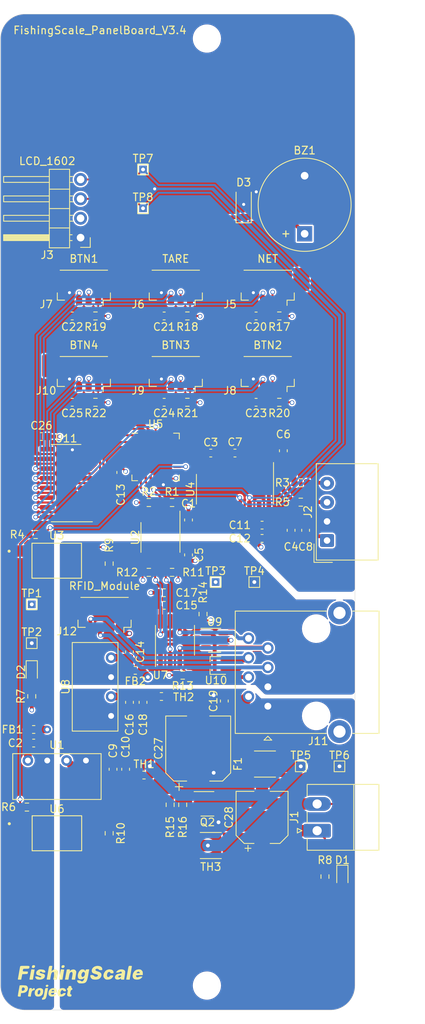
<source format=kicad_pcb>
(kicad_pcb (version 20221018) (generator pcbnew)
  (layers (0 "F.Cu" signal) (1 "In1.Cu" signal) (2 "In2.Cu" signal) (31 "B.Cu" signal) (34 "B.Paste" user) (35 "F.Paste" user) (36 "B.SilkS" user "B.Silkscreen") (37 "F.SilkS" user "F.Silkscreen") (38 "B.Mask" user) (39 "F.Mask" user) (44 "Edge.Cuts" user))
  (net 0 "")
  (net 1 "+5V")
  (net 2 "+12V")
  (net 3 "GND")
  (net 4 "Net-(U1-+Vout)")
  (net 5 "Net-(U4-VGB)")
  (net 6 "+5VA")
  (net 7 "Net-(U4-VIN1P)")
  (net 8 "Net-(U4-VIN1N)")
  (net 9 "Net-(U4-VIN2P)")
  (net 10 "Net-(U4-VIN2N)")
  (net 11 "Net-(U1-+Vin)")
  (net 12 "/H_INT")
  (net 13 "/PWR_USB")
  (net 14 "/A-")
  (net 15 "/A+")
  (net 16 "/SCL")
  (net 17 "/SDA")
  (net 18 "/NET")
  (net 19 "/NET_L")
  (net 20 "/TARE")
  (net 21 "/TARE_L")
  (net 22 "/BTN1_L")
  (net 23 "/BTN1")
  (net 24 "/BTN2_L")
  (net 25 "/BTN2")
  (net 26 "/BTN3")
  (net 27 "/BTN3_L")
  (net 28 "/BTN4")
  (net 29 "/BTN4_L")
  (net 30 "/BUZZER")
  (net 31 "Net-(U8-+Vout)")
  (net 32 "Net-(U8-+Vin)")
  (net 33 "Net-(D1-K)")
  (net 34 "Net-(D1-A)")
  (net 35 "/Communication/5V_Comm_GND")
  (net 36 "/Communication/5V_Comm")
  (net 37 "GNDPWR")
  (net 38 "Net-(D2-A)")
  (net 39 "Net-(J1-Pin_1)")
  (net 40 "Net-(Q2-G)")
  (net 41 "Net-(C19-Pad1)")
  (net 42 "Net-(U2-SDA2)")
  (net 43 "/Communication/H_INT")
  (net 44 "/Communication/RFID_TX")
  (net 45 "/Communication/RFID_RX")
  (net 46 "/Communication/H_SDA")
  (net 47 "/Communication/H_SCL")
  (net 48 "Net-(R4-Pad2)")
  (net 49 "Net-(R6-Pad2)")
  (net 50 "/Communication/PWR_USB")
  (net 51 "Net-(U2-SCL2)")
  (net 59 "/BTN1_L_IO")
  (net 60 "/BTN2_L_IO")
  (net 61 "/BTN3_L_IO")
  (net 62 "/BTN4_L__IO")
  (net 63 "/NET_L_IO")
  (net 64 "/TARE_L_IO")
  (net 67 "Net-(BZ1--)")
  (footprint "KIcad:FishingScale" (layer "F.Cu") (at -16.5 123.5)
    (fp_text reference "G***" hide)
    (fp_text value "LOGO" hide)
  )
  (footprint "TestPoint:TestPoint_THTPad_1.0x1.0mm_Drill0.5mm" (layer "F.Cu") (at -8.382 22.225)
    (fp_text reference "TP8")
    (fp_text value "5V_SDA")
  )
  (footprint "Resistor_SMD:R_0603_1608Metric" (layer "F.Cu") (at -3.175 83.357 180)
    (fp_text reference "R13")
    (fp_text value "470" hide)
  )
  (footprint "Resistor_SMD:R_0603_1608Metric" (layer "F.Cu") (at -12.827 68.752 -90)
    (fp_text reference "R9")
    (fp_text value "1k")
  )
  (footprint "Connector_Molex:Molex_SPOX_5268-04A_1x04_P2.50mm_Horizontal" (layer "F.Cu") (at 15.765 65.726 90)
    (fp_text reference "J2")
    (fp_text value "Loadcell")
  )
  (footprint "Capacitor_SMD:C_0603_1608Metric" (layer "F.Cu") (at -11.303 56.814 -90)
    (fp_text reference "C13")
    (fp_text value "100nf")
  )
  (footprint "MountingHole:MountingHole_3.2mm_M3" (layer "F.Cu") (at 0 124)
    (fp_text reference "H2")
    (fp_text value "MountingHole_Pad")
  )
  (footprint "Capacitor_SMD:C_0603_1608Metric" (layer "F.Cu") (at 6.454 47.626 180)
    (fp_text reference "C23")
    (fp_text value "470nf")
  )
  (footprint "Capacitor_SMD:C_0603_1608Metric" (layer "F.Cu") (at -17.676 36.323 180)
    (fp_text reference "C22")
    (fp_text value "470nf")
  )
  (footprint "KIcad:B1205S-1WR3" (layer "F.Cu") (at -19.685 94.533 180)
    (fp_text reference "U1")
    (fp_text value "B1205S-1WR3")
  )
  (footprint "Resistor_SMD:R_0603_1608Metric" (layer "F.Cu") (at -12.827 104.058 -90)
    (fp_text reference "R10")
    (fp_text value "1k")
  )
  (footprint "Package_SO:SOP-16_3.9x9.9mm_P1.27mm" (layer "F.Cu") (at 3.683 59.013 -90)
    (fp_text reference "U4")
    (fp_text value "NAU7802")
  )
  (footprint "Connector_Phoenix_MC:PhoenixContact_MC_1,5_2-G-3.5_1x02_P3.50mm_Horizontal" (layer "F.Cu") (at 14.4665 103.721 90)
    (fp_text reference "J1")
    (fp_text value "LED_12V")
  )
  (footprint "Capacitor_SMD:C_0603_1608Metric" (layer "F.Cu") (at 2.286 86.741 90)
    (fp_text reference "C19")
    (fp_text value "100nf")
  )
  (footprint "Connector_RJ:RJ45_Ninigi_GE" (layer "F.Cu") (at 8.001 87.421 90)
    (fp_text reference "J11")
    (fp_text value "Comm")
  )
  (footprint "Capacitor_SMD:C_0603_1608Metric" (layer "F.Cu") (at -12.319 95.676 90)
    (fp_text reference "C9")
    (fp_text value "4.7uf")
  )
  (footprint "KIcad:SOIC254P1030X460-4N" (layer "F.Cu") (at -19.685 104.058)
    (fp_text reference "U6")
    (fp_text value "EL817")
  )
  (footprint "TestPoint:TestPoint_THTPad_1.0x1.0mm_Drill0.5mm" (layer "F.Cu") (at 17.399 95.295)
    (fp_text reference "TP6")
    (fp_text value "12V_GND")
  )
  (footprint "Resistor_SMD:R_0603_1608Metric" (layer "F.Cu") (at -3.175 100.33 90)
    (fp_text reference "R16")
    (fp_text value "1M")
  )
  (footprint "Resistor_SMD:R_0603_1608Metric" (layer "F.Cu") (at 9.502 36.323 180)
    (fp_text reference "R17")
    (fp_text value "10k")
  )
  (footprint "Capacitor_SMD:C_0603_1608Metric" (layer "F.Cu") (at 10.033 53.975 -90)
    (fp_text reference "C6")
    (fp_text value "100nf")
  )
  (footprint "TestPoint:TestPoint_THTPad_1.0x1.0mm_Drill0.5mm" (layer "F.Cu") (at -22.987 74.086)
    (fp_text reference "TP1")
    (fp_text value "5V_IO")
  )
  (footprint "Resistor_SMD:R_0603_1608Metric" (layer "F.Cu") (at -4.572 69.895 180)
    (fp_text reference "R11")
    (fp_text value "4.7k")
  )
  (footprint "Resistor_SMD:R_0603_1608Metric" (layer "F.Cu") (at -14.628 36.323 180)
    (fp_text reference "R19")
    (fp_text value "10k")
  )
  (footprint "Resistor_SMD:R_0603_1608Metric" (layer "F.Cu") (at 12.319 60.706)
    (fp_text reference "R5")
    (fp_text value "51")
  )
  (footprint "Capacitor_SMD:CP_Elec_6.3x5.4" (layer "F.Cu") (at 7.239 101.981 90)
    (fp_text reference "C28")
    (fp_text value "47uf")
  )
  (footprint "Capacitor_SMD:C_0603_1608Metric" (layer "F.Cu") (at 0.508 54.274 180)
    (fp_text reference "C3")
    (fp_text value "100nf")
  )
  (footprint "Capacitor_SMD:C_0603_1608Metric" (layer "F.Cu") (at -17.676 47.626 180)
    (fp_text reference "C25")
    (fp_text value "470nf")
  )
  (footprint "Connector_Molex:Molex_PicoBlade_53398-0471_1x04-1MP_P1.25mm_Vertical" (layer "F.Cu") (at -16.149 33.041 180)
    (fp_text reference "J7")
    (fp_text value "BTN1")
  )
  (footprint "Capacitor_SMD:C_0603_1608Metric" (layer "F.Cu") (at -8.382 86.913 -90)
    (fp_text reference "C18")
    (fp_text value "4.7uf")
  )
  (footprint "Fuse:Fuse_0603_1608Metric" (layer "F.Cu") (at -9.398 82.722 180)
    (fp_text reference "FB2")
    (fp_text value "Bead")
  )
  (footprint "Capacitor_SMD:C_0603_1608Metric" (layer "F.Cu") (at -5.588 72.562)
    (fp_text reference "C17")
    (fp_text value "1uf")
  )
  (footprint "Package_TO_SOT_SMD:SuperSOT-6" (layer "F.Cu") (at 0.066 100.203)
    (fp_text reference "Q2")
    (fp_text value "FDC655BN")
  )
  (footprint "LED_SMD:LED_0603_1608Metric" (layer "F.Cu") (at -22.987 82.9505 -90)
    (fp_text reference "D2")
    (fp_text value "5V_PWR")
  )
  (footprint "Resistor_SMD:R_0603_1608Metric" (layer "F.Cu") (at -22.987 86.1255 90)
    (fp_text reference "R7")
    (fp_text value "330")
  )
  (footprint "Capacitor_SMD:C_0603_1608Metric" (layer "F.Cu") (at -5.611 36.323 180)
    (fp_text reference "C21")
    (fp_text value "470nf")
  )
  (footprint "Capacitor_SMD:C_0603_1608Metric" (layer "F.Cu") (at -10.16 80.309 90)
    (fp_text reference "C14")
    (fp_text value "10uf")
  )
  (footprint "Resistor_SMD:R_0603_1608Metric" (layer "F.Cu") (at -4.572 60.751 180)
    (fp_text reference "R1")
    (fp_text value "4.7k")
  )
  (footprint "Resistor_SMD:R_0603_1608Metric" (layer "F.Cu") (at 9.502 47.626 180)
    (fp_text reference "R20")
    (fp_text value "10k")
  )
  (footprint "Connector_Molex:Molex_PicoBlade_53398-0471_1x04-1MP_P1.25mm_Vertical" (layer "F.Cu") (at -16.149 44.344 180)
    (fp_text reference "J10")
    (fp_text value "BTN4")
  )
  (footprint "TestPoint:TestPoint_THTPad_1.0x1.0mm_Drill0.5mm" (layer "F.Cu") (at -8.382 17.145)
    (fp_text reference "TP7")
    (fp_text value "5V_SCL")
  )
  (footprint "Capacitor_SMD:C_0603_1608Metric" (layer "F.Cu") (at -2.413 63.037 90)
    (fp_text reference "C1")
    (fp_text value "100nf")
  )
  (footprint "TestPoint:TestPoint_THTPad_1.0x1.0mm_Drill0.5mm" (layer "F.Cu") (at 6.223 71.165)
    (fp_text reference "TP4")
    (fp_text value "5V_Comm_GND")
  )
  (footprint "Fuse:Fuse_0603_1608Metric" (layer "F.Cu") (at -22.733 90.469 180)
    (fp_text reference "FB1")
    (fp_text value "Bead")
  )
  (footprint "Connector_Molex:Molex_PicoBlade_53398-0471_1x04-1MP_P1.25mm_Vertical" (layer "F.Cu") (at 7.981 33.041 180)
    (fp_text reference "J5")
    (fp_text value "NET")
  )
  (footprint "KIcad:SOIC254P1030X460-4N" (layer "F.Cu") (at -19.709 68.371)
    (fp_text reference "U3")
    (fp_text value "EL817")
  )
  (footprint "Capacitor_SMD:C_0603_1608Metric" (layer "F.Cu") (at -10.16 86.913 -90)
    (fp_text reference "C16")
    (fp_text value "4.7uf")
  )
  (footprint "Buzzer_Beeper:Buzzer_12x9.5RM7.6" (layer "F.Cu") (at 12.827 25.562 90)
    (fp_text reference "BZ1")
    (fp_text value "Buzzer")
  )
  (footprint "Package_SO:SOIC-8_3.9x4.9mm_P1.27mm" (layer "F.Cu") (at -4.191 78.785 90)
    (fp_text reference "U7")
    (fp_text value "P82B715DR")
  )
  (footprint "Resistor_SMD:R_0603_1608Metric" (layer "F.Cu") (at -14.628 47.626 180)
    (fp_text reference "R22")
    (fp_text value "10k")
  )
  (footprint "Capacitor_SMD:C_0603_1608Metric" (layer "F.Cu") (at -10.668 95.676 90)
    (fp_text reference "C10")
    (fp_text value "4.7uf")
  )
  (footprint "Connector_Molex:Molex_PicoBlade_53398-0471_1x04-1MP_P1.25mm_Vertical" (layer "F.Cu") (at -4.084 44.344 180)
    (fp_text reference "J9")
    (fp_text value "BTN3")
  )
  (footprint "Resistor_SMD:R_0603_1608Metric" (layer "F.Cu") (at -7.62 60.751 180)
    (fp_text reference "R2")
    (fp_text value "4.7k")
  )
  (footprint "Fuse:Fuse_0603_1608Metric" (layer "F.Cu") (at -8.255 96.438)
    (fp_text reference "TH1")
    (fp_text value "300mA")
  )
  (footprint "Capacitor_SMD:C_0603_1608Metric" (layer "F.Cu") (at 7.239 65.45)
    (fp_text reference "C12")
    (fp_text value "1uf")
  )
  (footprint "Fuse:Fuse_0603_1608Metric" (layer "F.Cu") (at -5.969 86.151)
    (fp_text reference "TH2")
    (fp_text value "300mA")
  )
  (footprint "Connector_PinHeader_2.54mm:PinHeader_1x04_P2.54mm_Horizontal" (layer "F.Cu") (at -16.58 26.07 180)
    (fp_text reference "J3")
    (fp_text value "LCD_1602")
  )
  (footprint "Resistor_SMD:R_0603_1608Metric" (layer "F.Cu") (at -2.563 36.323 180)
    (fp_text reference "R18")
    (fp_text value "10k")
  )
  (footprint "Resistor_SMD:R_0603_1608Metric" (layer "F.Cu") (at -22.479 64.942 180)
    (fp_text reference "R4")
    (fp_text value "330")
  )
  (footprint "Resistor_SMD:R_0603_1608Metric" (layer "F.Cu") (at -0.508 75.356 -90)
    (fp_text reference "R14")
    (fp_text value "470")
  )
  (footprint "Connector_Molex:Molex_PicoBlade_53398-0471_1x04-1MP_P1.25mm_Vertical" (layer "F.Cu") (at 7.981 44.344 180)
    (fp_text reference "J8")
    (fp_text value "BTN2")
  )
  (footprint "Capacitor_SMD:C_0603_1608Metric" (layer "F.Cu") (at -2.413 67.609 -90)
    (fp_text reference "C5")
    (fp_text value "100nf")
  )
  (footprint "Diode_SMD:D_SOD-123" (layer "F.Cu") (at 4.826 21.762 90)
    (fp_text reference "D3")
    (fp_text value "1N4148")
  )
  (footprint "Package_SO:SOIC-8_3.9x4.9mm_P1.27mm" (layer "F.Cu") (at -6.096 65.323 -90)
    (fp_text reference "U2")
    (fp_text value "ISO1540")
  )
  (footprint "KIcad:B1205S-1WR3" (layer "F.Cu") (at -12.573 84.881 90)
    (fp_text reference "U8")
    (fp_text value "B1205S-1WR3")
  )
  (footprint "Package_TO_SOT_SMD:SOT-23-6" (layer "F.Cu") (at 1.016 78.785)
    (fp_text reference "U9")
    (fp_text value "SRV05-4")
  )
  (footprint "Resistor_SMD:R_0603_1608Metric" (layer "F.Cu") (at -23.622 100.629)
    (fp_text reference "R6")
    (fp_text value "330")
  )
  (footprint "Resistor_SMD:R_0603_1608Metric" (layer "F.Cu") (at -7.62 69.895)
    (fp_text reference "R12")
    (fp_text value "4.7k")
  )
  (footprint "TestPoint:TestPoint_THTPad_1.0x1.0mm_Drill0.5mm" (layer "F.Cu") (at 1.143 71.165)
    (fp_text reference "TP3")
    (fp_text value "5V_Comm")
  )
  (footprint "Resistor_SMD:R_0603_1608Metric" (layer "F.Cu") (at -4.826 100.33 -90)
    (fp_text reference "R15")
    (fp_text value "10k")
  )
  (footprint "Capacitor_SMD:C_0603_1608Metric" (layer "F.Cu") (at 6.454 36.323 180)
    (fp_text reference "C20")
    (fp_text value "470nf")
  )
  (footprint "Capacitor_SMD:C_0603_1608Metric" (layer "F.Cu") (at 7.239 63.712)
    (fp_text reference "C11")
    (fp_text value "100nf")
  )
  (footprint "Package_TO_SOT_SMD:SOT-323_SC-70" (layer "F.Cu") (at 1.143 82.087 180)
    (fp_text reference "U10")
    (fp_text value "TPD2E007")
  )
  (footprint "Connector_Molex:Molex_PicoBlade_53398-0471_1x04-1MP_P1.25mm_Vertical" (layer "F.Cu") (at -4.084 33.041 180)
    (fp_text reference "J6")
    (fp_text value "TARE")
  )
  (footprint "TestPoint:TestPoint_THTPad_1.0x1.0mm_Drill0.5mm" (layer "F.Cu") (at 12.319 95.295)
    (fp_text reference "TP5")
    (fp_text value "12V")
  )
  (footprint "Resistor_SMD:R_0603_1608Metric" (layer "F.Cu") (at -2.563 47.626 180)
    (fp_text reference "R21")
    (fp_text value "10k")
  )
  (footprint "Capacitor_SMD:C_0603_1608Metric" (layer "F.Cu") (at -22.733 92.247)
    (fp_text reference "C2")
    (fp_text value "10uf")
  )
  (footprint "Fuse:Fuse_1812_4532Metric" (layer "F.Cu") (at 7.62 94.996)
    (fp_text reference "F1")
    (fp_text value "1.5A")
  )
  (footprint "Resistor_SMD:R_0603_1608Metric" (layer "F.Cu") (at 12.319 58.166)
    (fp_text reference "R3")
    (fp_text value "51")
  )
  (footprint "Capacitor_SMD:C_0603_1608Metric" (layer "F.Cu") (at 3.683 54.274)
    (fp_text reference "C7")
    (fp_text value "470pf")
  )
  (footprint "Resistor_SMD:R_0603_1608Metric" (layer "F.Cu") (at 15.494 109.728 -90)
    (fp_text reference "R8")
    (fp_text value "1k")
  )
  (footprint "Capacitor_SMD:CP_Elec_8x10" (layer "F.Cu") (at -1.143 92.964 90)
    (fp_text reference "C27")
    (fp_text value "100uf")
  )
  (footprint "MountingHole:MountingHole_3.2mm_M3" (layer "F.Cu") (at 0 0)
    (fp_text reference "H1")
    (fp_text value "MountingHole_Pad" hide)
  )
  (footprint "Connector_Molex:Molex_PicoBlade_53398-0471_1x04-1MP_P1.25mm_Vertical" (layer "F.Cu") (at -13.432 75.884 180)
    (fp_text reference "J12")
    (fp_text value "RFID_Module")
  )
  (footprint "Capacitor_SMD:C_0603_1608Metric" (layer "F.Cu") (at 12.954 64.389 90)
    (fp_text reference "C8")
    (fp_text value "100nf")
  )
  (footprint "Package_DFN_QFN:QFN-28-1EP_6x6mm_P0.65mm_EP4.25x4.25mm" (layer "F.Cu") (at -6.731 54.782)
    (fp_text reference "U5")
    (fp_text value "MCP23017_ML")
  )
  (footprint "Capacitor_SMD:C_0603_1608Metric" (layer "F.Cu") (at -21.717 52.115)
    (fp_text reference "C26")
    (fp_text value "100nf")
  )
  (footprint "Fuse:Fuse_1812_4532Metric" (layer "F.Cu") (at 0.508 105.664 180)
    (fp_text reference "TH3")
    (fp_text value "1A")
  )
  (footprint "TestPoint:TestPoint_THTPad_1.0x1.0mm_Drill0.5mm" (layer "F.Cu") (at -22.987 79.166)
    (fp_text reference "TP2")
    (fp_text value "5V_IO_GND")
  )
  (footprint "Capacitor_SMD:C_0603_1608Metric" (layer "F.Cu") (at -5.611 47.626 180)
    (fp_text reference "C24")
    (fp_text value "470nf")
  )
  (footprint "Package_SO:SOIC-16_3.9x9.9mm_P1.27mm" (layer "F.Cu") (at -18.48 58.211 180)
    (fp_text reference "U11")
    (fp_text value "ULN2003")
  )
  (footprint "Capacitor_SMD:C_0603_1608Metric" (layer "F.Cu") (at -5.601 74.213)
    (fp_text reference "C15")
    (fp_text value "100nf")
  )
  (footprint "Capacitor_SMD:C_0603_1608Metric" (layer "F.Cu") (at 11.049 64.389 90)
    (fp_text reference "C4")
    (fp_text value "1uf")
  )
  (footprint "LED_SMD:LED_0603_1608Metric" (layer "F.Cu") (at 17.78 109.728 -90)
    (fp_text reference "D1")
    (fp_text value "STATUS")
  )
  (gr_arc (start -23.876 127.2) (mid -26.138742 126.262742) (end -27.076 124) (stroke (width 0.05)) (layer "Edge.Cuts"))
  (gr_arc (start 19.431 124) (mid 18.493742 126.262742) (end 16.231 127.2) (stroke (width 0.05)) (layer "Edge.Cuts"))
  (gr_arc (start -27.076 0) (mid -26.138742 -2.262742) (end -23.876 -3.2) (stroke (width 0.05)) (layer "Edge.Cuts"))
  (gr_line (start 19.431 124) (end 19.431 0) (stroke (width 0.05)) (layer "Edge.Cuts"))
  (gr_line (start -27.076 0) (end -27.076 124) (stroke (width 0.05)) (layer "Edge.Cuts"))
  (gr_line (start -23.876 127.2) (end 16.231 127.2) (stroke (width 0.05)) (layer "Edge.Cuts"))
  (gr_line (start 16.231 -3.2) (end -23.876 -3.2) (stroke (width 0.05)) (layer "Edge.Cuts"))
  (gr_arc (start 16.231 -3.2) (mid 18.493742 -2.262742) (end 19.431 0) (stroke (width 0.05)) (layer "Edge.Cuts"))
  (gr_text "FishingScale_PanelBoard_V3.4\n" (at -25.5 -0.5) (layer "F.SilkS") (effects (font (size 1 1)) (justify left bottom)))
  (segment (start 6.858 61.513) (end 6.858 63.318) (width 0.5) (layer "F.Cu") (net 1))
  (segment (start -22.987 86.9505) (end -22.987 87.929) (width 0.5) (layer "F.Cu") (net 1))
  (segment (start -15.524 45.594) (end -15.524 44.525) (width 0.25) (layer "F.Cu") (net 1))
  (segment (start -4.1075 57.6195) (end -4.064 57.576) (width 0.25) (layer "F.Cu") (net 1))
  (segment (start 10.327 36.323) (end 11.132 36.323) (width 0.25) (layer "F.Cu") (net 1))
  (segment (start -1.738 47.626) (end -0.933 47.626) (width 0.25) (layer "F.Cu") (net 1))
  (segment (start -3.459 45.594) (end -3.459 44.525) (width 0.25) (layer "F.Cu") (net 1))
  (segment (start -10.696 55.432) (end -11.303 56.039) (width 0.25) (layer "F.Cu") (net 1))
  (segment (start 8.606 34.291) (end 8.606 33.222) (width 0.25) (layer "F.Cu") (net 1))
  (segment (start -0.933 36.323) (end -0.889 36.367) (width 0.25) (layer "F.Cu") (net 1))
  (segment (start -3.605 62.262) (end -4.191 62.848) (width 0.5) (layer "F.Cu") (net 1))
  (segment (start -0.933 47.626) (end -0.889 47.67) (width 0.25) (layer "F.Cu") (net 1))
  (segment (start -8.445 60.751) (end -9.271 60.751) (width 0.25) (layer "F.Cu") (net 1))
  (segment (start 6.464 65.945) (end 7.112 66.593) (width 0.5) (layer "F.Cu") (net 1))
  (segment (start -13.803 36.323) (end -12.998 36.323) (width 0.25) (layer "F.Cu") (net 1))
  (segment (start -13.803 47.626) (end -12.998 47.626) (width 0.25) (layer "F.Cu") (net 1))
  (segment (start 11.132 36.323) (end 11.176 36.367) (width 0.25) (layer "F.Cu") (net 1))
  (segment (start -12.998 36.323) (end -12.954 36.367) (width 0.25) (layer "F.Cu") (net 1))
  (segment (start -3.747 60.751) (end -3.048 60.751) (width 0.25) (layer "F.Cu") (net 1))
  (segment (start -20.955 53.766) (end -20.955 52.128) (width 0.5) (layer "F.Cu") (net 1))
  (segment (start -20.955 90.469) (end -21.082 90.469) (width 1) (layer "F.Cu") (net 1))
  (segment (start 10.327 47.626) (end 11.132 47.626) (width 0.25) (layer "F.Cu") (net 1))
  (segment (start -9.5685 55.432) (end -10.696 55.432) (width 0.25) (layer "F.Cu") (net 1))
  (segment (start 6.464 65.45) (end 6.464 65.945) (width 0.5) (layer "F.Cu") (net 1))
  (segment (start -10.668 56.687) (end -10.668 56.674) (width 0.25) (layer "F.Cu") (net 1))
  (segment (start -2.413 62.262) (end -2.413 61.386) (width 0.5) (layer "F.Cu") (net 1))
  (segment (start -21.9455 90.469) (end -20.955 90.469) (width 1) (layer "F.Cu") (net 1))
  (segment (start -12.998 47.626) (end -12.954 47.67) (width 0.25) (layer "F.Cu") (net 1))
  (segment (start 8.606 45.594) (end 8.606 44.525) (width 0.25) (layer "F.Cu") (net 1))
  (segment (start -20.942 52.115) (end -19.304 52.115) (width 0.5) (layer "F.Cu") (net 1))
  (segment (start 6.858 63.318) (end 6.464 63.712) (width 0.5) (layer "F.Cu") (net 1))
  (segment (start 6.464 65.45) (end 6.464 63.712) (width 0.5) (layer "F.Cu") (net 1))
  (segment (start -10.668 56.674) (end -11.303 56.039) (width 0.25) (layer "F.Cu") (net 1))
  (segment (start -3.048 60.751) (end -2.413 61.386) (width 0.25) (layer "F.Cu") (net 1))
  (segment (start -1.738 36.323) (end -0.933 36.323) (width 0.25) (layer "F.Cu") (net 1))
  (segment (start -15.524 34.291) (end -15.524 33.222) (width 0.25) (layer "F.Cu") (net 1))
  (segment (start -3.459 34.291) (end -3.459 33.222) (width 0.25) (layer "F.Cu") (net 1))
  (segment (start -4.781 57.6195) (end -4.1075 57.6195) (width 0.25) (layer "F.Cu") (net 1))
  (segment (start -20.955 52.128) (end -20.942 52.115) (width 0.5) (layer "F.Cu") (net 1))
  (segment (start -2.413 62.262) (end -3.605 62.262) (width 0.5) (layer "F.Cu") (net 1))
  (segment (start 11.132 47.626) (end 11.176 47.67) (width 0.25) (layer "F.Cu") (net 1))
  (via (at -10.668 56.687) (size 0.6) (drill 0.4) (layers "F.Cu" "B.Cu") (net 1))
  (via (at -20.955 90.469) (size 1) (drill 0.5) (layers "F.Cu" "B.Cu") (net 1))
  (via (at -0.889 36.367) (size 0.6) (drill 0.4) (layers "F.Cu" "B.Cu") (net 1))
  (via (at -4.064 57.576) (size 0.6) (drill 0.4) (layers "F.Cu" "B.Cu") (net 1))
  (via (at -3.429 33.192) (size 0.6) (drill 0.4) (layers "F.Cu" "B.Cu") (net 1))
  (via (at -22.987 87.929) (size 0.6) (drill 0.4) (layers "F.Cu" "B.Cu") (net 1))
  (via (at 11.176 47.67) (size 0.6) (drill 0.4) (layers "F.Cu" "B.Cu") (net 1))
  (via (at -2.413 61.386) (size 0.6) (drill 0.4) (layers "F.Cu" "B.Cu") (net 1))
  (via (at -19.304 52.115) (size 0.6) (drill 0.4) (layers "F.Cu" "B.Cu") (net 1))
  (via (at -12.954 47.67) (size 0.6) (drill 0.4) (layers "F.Cu" "B.Cu") (net 1))
  (via (at -0.889 47.67) (size 0.6) (drill 0.4) (layers "F.Cu" "B.Cu") (net 1))
  (via (at -3.429 44.495) (size 0.6) (drill 0.4) (layers "F.Cu" "B.Cu") (net 1))
  (via (at 8.636 44.495) (size 0.6) (drill 0.4) (layers "F.Cu" "B.Cu") (net 1))
  (via (at -15.494 33.192) (size 0.6) (drill 0.4) (layers "F.Cu" "B.Cu") (net 1))
  (via (at 7.112 66.593) (size 0.6) (drill 0.4) (layers "F.Cu" "B.Cu") (net 1))
  (via (at 11.176 36.367) (size 0.6) (drill 0.4) (layers "F.Cu" "B.Cu") (net 1))
  (via (at -9.271 60.751) (size 0.6) (drill 0.4) (layers "F.Cu" "B.Cu") (net 1))
  (via (at 8.636 33.192) (size 0.6) (drill 0.4) (layers "F.Cu" "B.Cu") (net 1))
  (via (at -15.494 44.495) (size 0.6) (drill 0.4) (layers "F.Cu" "B.Cu") (net 1))
  (via (at -12.954 36.367) (size 0.6) (drill 0.4) (layers "F.Cu" "B.Cu") (net 1))
  (segment (start -7.4675 92.9385) (end -5.1815 90.6525) (width 1) (layer "F.Cu") (net 2))
  (segment (start -7.4675 96.438) (end -7.4675 92.9385) (width 1) (layer "F.Cu") (net 2))
  (segment (start -13.8175 102.788) (end -7.4675 96.438) (width 0.25) (layer "F.Cu") (net 2))
  (segment (start 10.0565 95.295) (end 9.7575 94.996) (width 1.5) (layer "F.Cu") (net 2))
  (segment (start -14.835 102.788) (end -13.8175 102.788) (width 0.25) (layer "F.Cu") (net 2))
  (segment (start -5.1815 90.6525) (end -5.1815 86.151) (width 1) (layer "F.Cu") (net 2))
  (segment (start -1.6295 105.664) (end 0.127 105.664) (width 1.5) (layer "F.Cu") (net 2))
  (segment (start 12.319 95.295) (end 10.0565 95.295) (width 1.5) (layer "F.Cu") (net 2))
  (segment (start -7.78 96.438) (end -7.4675 96.438) (width 0.25) (layer "F.Cu") (net 2))
  (segment (start 12.319 95.295) (end 12.274 95.295) (width 1) (layer "F.Cu") (net 2))
  (via (at -7.493 95.25) (size 1) (drill 0.5) (layers "F.Cu" "B.Cu") (net 2))
  (via (at 0.127 105.664) (size 1) (drill 0.5) (layers "F.Cu" "B.Cu") (net 2))
  (segment (start 8.554 99.06) (end 2.667 99.06) (width 1.5) (layer "B.Cu") (net 2))
  (segment (start 8.554 99.06) (end 8.509 99.06) (width 1.5) (layer "B.Cu") (net 2))
  (segment (start -3.683 99.06) (end -7.493 95.25) (width 1.5) (layer "B.Cu") (net 2))
  (segment (start 1.905 105.664) (end 0.127 105.664) (width 1.5) (layer "B.Cu") (net 2))
  (segment (start 8.509 99.06) (end 2.159 105.41) (width 1.5) (layer "B.Cu") (net 2))
  (segment (start 2.667 99.06) (end -3.683 99.06) (width 1.5) (layer "B.Cu") (net 2))
  (segment (start 2.159 105.41) (end 1.905 105.664) (width 1.5) (layer "B.Cu") (net 2))
  (segment (start 12.319 95.295) (end 8.554 99.06) (width 1.5) (layer "B.Cu") (net 2))
  (via (at -5.715 58.42) (size 0.6) (drill 0.4) (layers "F.Cu" "B.Cu") (net 3))
  (via (at -5.969 33.274) (size 0.6) (drill 0.4) (layers "F.Cu" "B.Cu") (net 3))
  (via (at -17.653 53.848) (size 0.6) (drill 0.4) (layers "F.Cu" "B.Cu") (net 3))
  (via (at 4.826 21.717) (size 0.6) (drill 0.4) (layers "F.Cu" "B.Cu") (net 3))
  (via (at -18.034 44.577) (size 0.6) (drill 0.4) (layers "F.Cu" "B.Cu") (net 3))
  (via (at 6.096 33.274) (size 0.6) (drill 0.4) (layers "F.Cu" "B.Cu") (net 3))
  (via (at 6.477 20.066) (size 0.6) (drill 0.4) (layers "F.Cu" "B.Cu") (net 3))
  (via (at 6.096 44.577) (size 0.6) (drill 0.4) (layers "F.Cu" "B.Cu") (net 3))
  (via (at -5.969 44.577) (size 0.6) (drill 0.4) (layers "F.Cu" "B.Cu") (net 3))
  (via (at -6.858 19.685) (size 0.6) (drill 0.4) (layers "F.Cu" "B.Cu") (net 3))
  (via (at -18.034 33.274) (size 0.6) (drill 0.4) (layers "F.Cu" "B.Cu") (net 3))
  (segment (start -23.495 90.4945) (end -23.5205 90.469) (width 1) (layer "F.Cu") (net 4))
  (segment (start -23.495 94.533) (end -23.495 90.4945) (width 1) (layer "F.Cu") (net 4))
  (segment (start 1.778 56.513) (end 1.778 54.769) (width 0.5) (layer "F.Cu") (net 5))
  (segment (start 1.778 54.769) (end 1.283 54.274) (width 0.5) (layer "F.Cu") (net 5))
  (segment (start 11.049 65.164) (end 8.128 62.243) (width 0.5) (layer "F.Cu") (net 6))
  (segment (start 8.128 62.243) (end 8.128 61.513) (width 0.5) (layer "F.Cu") (net 6))
  (segment (start 8.128 56.513) (end 8.128 61.513) (width 0.5) (layer "F.Cu") (net 6))
  (segment (start 11.049 65.164) (end 12.954 65.164) (width 0.5) (layer "F.Cu") (net 6))
  (segment (start 12.954 65.164) (end 15.203 65.164) (width 0.5) (layer "F.Cu") (net 6))
  (segment (start 15.203 65.164) (end 15.765 65.726) (width 0.5) (layer "F.Cu") (net 6))
  (segment (start 11.494 54.661) (end 11.494 58.166) (width 0.5) (layer "F.Cu") (net 7))
  (segment (start 7.901001 53.2) (end 10.033 53.2) (width 0.5) (layer "F.Cu") (net 7))
  (segment (start 5.588 55.513001) (end 7.901001 53.2) (width 0.5) (layer "F.Cu") (net 7))
  (segment (start 10.033 53.2) (end 11.494 54.661) (width 0.5) (layer "F.Cu") (net 7))
  (segment (start 5.588 56.513) (end 5.588 55.513001) (width 0.5) (layer "F.Cu") (net 7))
  (segment (start 6.858 56.513) (end 6.858 55.513001) (width 0.5) (layer "F.Cu") (net 8))
  (segment (start 7.621001 54.75) (end 10.033 54.75) (width 0.5) (layer "F.Cu") (net 8))
  (segment (start 10.033 54.75) (end 10.033 59.245) (width 0.5) (layer "F.Cu") (net 8))
  (segment (start 10.033 59.245) (end 11.494 60.706) (width 0.5) (layer "F.Cu") (net 8))
  (segment (start 6.858 55.513001) (end 7.621001 54.75) (width 0.5) (layer "F.Cu") (net 8))
  (segment (start 3.048 56.513) (end 3.048 54.414) (width 0.5) (layer "F.Cu") (net 9))
  (segment (start 3.048 54.414) (end 2.908 54.274) (width 0.5) (layer "F.Cu") (net 9))
  (segment (start 4.318 54.414) (end 4.458 54.274) (width 0.5) (layer "F.Cu") (net 10))
  (segment (start 4.318 56.513) (end 4.318 54.414) (width 0.5) (layer "F.Cu") (net 10))
  (segment (start -16.51 96.438) (end -18.415 94.533) (width 1) (layer "F.Cu") (net 11))
  (segment (start -9.0425 96.438) (end -16.51 96.438) (width 1) (layer "F.Cu") (net 11))
  (segment (start -21.654 64.942) (end -21.463 64.942) (width 0.25) (layer "F.Cu") (net 12))
  (segment (start -21.463 64.942) (end -20.574 64.053) (width 0.25) (layer "F.Cu") (net 12))
  (segment (start -2.824 56.082) (end -2.794 56.052) (width 0.25) (layer "F.Cu") (net 12))
  (segment (start -3.8935 56.082) (end -2.824 56.082) (width 0.25) (layer "F.Cu") (net 12))
  (via (at -2.794 56.052) (size 0.6) (drill 0.4) (layers "F.Cu" "B.Cu") (net 12))
  (via (at -20.574 64.053) (size 0.6) (drill 0.4) (layers "F.Cu" "B.Cu") (net 12))
  (segment (start -6.217884 56.052) (end -14.218884 64.053) (width 0.25) (layer "B.Cu") (net 12))
  (segment (start -20.574 64.053) (end -14.218884 64.053) (width 0.25) (layer "B.Cu") (net 12))
  (segment (start -2.794 56.052) (end -6.217884 56.052) (width 0.25) (layer "B.Cu") (net 12))
  (segment (start -6.731 51.9445) (end -6.731 50.845) (width 0.25) (layer "F.Cu") (net 13))
  (segment (start -24.511 100.565) (end -24.447 100.629) (width 0.25) (layer "F.Cu") (net 13))
  (segment (start -24.511 99.613) (end -24.511 100.565) (width 0.25) (layer "F.Cu") (net 13))
  (via (at -6.731 50.845) (size 0.6) (drill 0.4) (layers "F.Cu" "B.Cu") (net 13))
  (via (at -24.511 99.613) (size 0.6) (drill 0.4) (layers "F.Cu" "B.Cu") (net 13))
  (segment (start -9.017 50.845) (end -6.731 50.845) (width 0.25) (layer "B.Cu") (net 13))
  (segment (start -24.52 66.348) (end -9.017 50.845) (width 0.25) (layer "B.Cu") (net 13))
  (segment (start -24.511 99.613) (end -24.52 99.604) (width 0.25) (layer "B.Cu") (net 13))
  (segment (start -24.52 99.604) (end -24.52 66.348) (width 0.25) (layer "B.Cu") (net 13))
  (segment (start 13.144 60.706) (end 15.745 60.706) (width 0.5) (layer "F.Cu") (net 14))
  (segment (start 15.745 60.706) (end 15.765 60.726) (width 0.5) (layer "F.Cu") (net 14))
  (segment (start 13.144 58.166) (end 15.705 58.166) (width 0.5) (layer "F.Cu") (net 15))
  (segment (start 15.705 58.166) (end 15.765 58.226) (width 0.5) (layer "F.Cu") (net 15))
  (segment (start -6.731 62.848) (end -6.731 60.815) (width 0.5) (layer "F.Cu") (net 16))
  (segment (start -8.681 58.865) (end -8.446 59.1) (width 0.25) (layer "F.Cu") (net 16))
  (segment (start -8.681 57.6195) (end -8.681 58.865) (width 0.25) (layer "F.Cu") (net 16))
  (segment (start -8.382 59.1) (end -8.382 59.164) (width 0.25) (layer "F.Cu") (net 16))
  (segment (start 4.318 61.513) (end 4.318 60.116) (width 0.25) (layer "F.Cu") (net 16))
  (segment (start -9.687 18.45) (end -8.382 17.145) (width 0.25) (layer "F.Cu") (net 16))
  (segment (start -6.731 60.815) (end -6.795 60.751) (width 0.5) (layer "F.Cu") (net 16))
  (segment (start -16.58 18.45) (end -9.687 18.45) (width 0.25) (layer "F.Cu") (net 16))
  (segment (start -8.382 59.164) (end -6.795 60.751) (width 0.25) (layer "F.Cu") (net 16))
  (segment (start -8.446 59.1) (end -8.382 59.1) (width 0.25) (layer "F.Cu") (net 16))
  (via (at 4.318 60.116) (size 0.6) (drill 0.4) (layers "F.Cu" "B.Cu") (net 16))
  (via (at -8.382 59.1) (size 0.6) (drill 0.4) (layers "F.Cu" "B.Cu") (net 16))
  (segment (start 1.016 19.177) (end 17.907 36.068) (width 0.25) (layer "B.Cu") (net 16))
  (segment (start -6.35 19.177) (end 1.016 19.177) (width 0.25) (layer "B.Cu") (net 16))
  (segment (start -7.757 59.725) (end 3.8 59.725) (width 0.25) (layer "B.Cu") (net 16))
  (segment (start 5.207 61.005) (end 4.318 60.116) (width 0.25) (layer "B.Cu") (net 16))
  (segment (start -8.382 59.1) (end -7.757 59.725) (width 0.25) (layer "B.Cu") (net 16))
  (segment (start 3.8 59.725) (end 4.191 60.116) (width 0.25) (layer "B.Cu") (net 16))
  (segment (start -8.382 17.145) (end -6.35 19.177) (width 0.25) (layer "B.Cu") (net 16))
  (segment (start 17.907 36.068) (end 17.907 53.004) (width 0.25) (layer "B.Cu") (net 16))
  (segment (start 9.906 61.005) (end 5.207 61.005) (width 0.25) (layer "B.Cu") (net 16))
  (segment (start 17.907 53.004) (end 9.906 61.005) (width 0.25) (layer "B.Cu") (net 16))
  (segment (start 4.191 60.116) (end 4.318 60.116) (width 0.25) (layer "B.Cu") (net 16))
  (segment (start -6.985 59.163) (end -5.397 60.751) (width 0.25) (layer "F.Cu") (net 17))
  (segment (start -16.58 20.99) (end -9.617 20.99) (width 0.25) (layer "F.Cu") (net 17))
  (segment (start -7.048 59.1) (end -6.985 59.1) (width 0.25) (layer "F.Cu") (net 17))
  (segment (start -5.461 62.848) (end -5.461 60.815) (width 0.5) (layer "F.Cu") (net 17))
  (segment (start -8.031 58.117) (end -7.048 59.1) (width 0.25) (layer "F.Cu") (net 17))
  (segment (start -9.617 20.99) (end -8.382 22.225) (width 0.25) (layer "F.Cu") (net 17))
  (segment (start 5.588 61.513) (end 5.588 60.116) (width 0.25) (layer "F.Cu") (net 17))
  (segment (start -5.461 60.815) (end -5.397 60.751) (width 0.5) (layer "F.Cu") (net 17))
  (segment (start -6.985 59.1) (end -6.985 59.163) (width 0.25) (layer "F.Cu") (net 17))
  (segment (start -8.031 57.6195) (end -8.031 58.117) (width 0.25) (layer "F.Cu") (net 17))
  (via (at 5.588 60.116) (size 0.6) (drill 0.4) (layers "F.Cu" "B.Cu") (net 17))
  (via (at -6.985 59.1) (size 0.6) (drill 0.4) (layers "F.Cu" "B.Cu") (net 17))
  (segment (start 9.398 60.116) (end 5.588 60.116) (width 0.25) (layer "B.Cu") (net 17))
  (segment (start 4.572 59.1) (end 5.588 60.116) (width 0.25) (layer "B.Cu") (net 17))
  (segment (start 16.891 36.576) (end 16.891 52.623) (width 0.25) (layer "B.Cu") (net 17))
  (segment (start -6.985 59.1) (end 4.572 59.1) (width 0.25) (layer "B.Cu") (net 17))
  (segment (start -6.35 20.193) (end 0.508 20.193) (width 0.25) (layer "B.Cu") (net 17))
  (segment (start 0.508 20.193) (end 16.891 36.576) (width 0.25) (layer "B.Cu") (net 17))
  (segment (start -8.382 22.225) (end -6.35 20.193) (width 0.25) (layer "B.Cu") (net 17))
  (segment (start 16.891 52.623) (end 9.398 60.116) (width 0.25) (layer "B.Cu") (net 17))
  (segment (start 15.532 49.144371) (end 15.532 41.877628) (width 0.2) (layer "F.Cu") (net 18))
  (segment (start -3.444 55.432) (end 0.216 51.772) (width 0.2) (layer "F.Cu") (net 18))
  (segment (start 8.677 36.323) (end 9.856 35.144) (width 0.2) (layer "F.Cu") (net 18))
  (segment (start -3.8935 55.432) (end -3.444 55.432) (width 0.2) (layer "F.Cu") (net 18))
  (segment (start 9.856 35.144) (end 9.856 34.291) (width 0.2) (layer "F.Cu") (net 18))
  (segment (start 7.229 36.323) (end 8.677 36.323) (width 0.2) (layer "F.Cu") (net 18))
  (segment (start 8.677 36.575) (end 8.677 36.323) (width 0.2) (layer "F.Cu") (net 18))
  (segment (start 15.532 41.877628) (end 12.434371 38.78) (width 0.2) (layer "F.Cu") (net 18))
  (segment (start 10.882 38.78) (end 8.677 36.575) (width 0.2) (layer "F.Cu") (net 18))
  (segment (start 12.904372 51.772) (end 15.532 49.144371) (width 0.2) (layer "F.Cu") (net 18))
  (segment (start 12.434371 38.78) (end 10.882 38.78) (width 0.2) (layer "F.Cu") (net 18))
  (segment (start 0.216 51.772) (end 12.904372 51.772) (width 0.2) (layer "F.Cu") (net 18))
  (segment (start 7.366 34.281) (end 7.356 34.291) (width 0.25) (layer "F.Cu") (net 19))
  (segment (start -22.479 58.846) (end -20.955 58.846) (width 0.2) (layer "F.Cu") (net 19))
  (segment (start 7.366 33.319) (end 7.366 34.281) (width 0.25) (layer "F.Cu") (net 19))
  (via (at 7.366 33.319) (size 0.6) (drill 0.4) (layers "F.Cu" "B.Cu") (net 19))
  (via (at -22.479 58.846) (size 0.6) (drill 0.4) (layers "F.Cu" "B.Cu") (net 19))
  (segment (start -16.957906 34.785698) (end 5.899302 34.785698) (width 0.25) (layer "B.Cu") (net 19))
  (segment (start 5.899302 34.785698) (end 7.366 33.319) (width 0.25) (layer "B.Cu") (net 19))
  (segment (start -21.404 39.231792) (end -16.957906 34.785698) (width 0.25) (layer "B.Cu") (net 19))
  (segment (start -21.404 57.771) (end -21.404 39.231792) (width 0.25) (layer "B.Cu") (net 19))
  (segment (start -22.479 58.846) (end -21.404 57.771) (width 0.25) (layer "B.Cu") (net 19))
  (segment (start -2.209 35.144) (end -2.209 34.291) (width 0.2) (layer "F.Cu") (net 20))
  (segment (start -3.8935 54.782) (end -3.381001 54.782) (width 0.2) (layer "F.Cu") (net 20))
  (segment (start 12.268686 39.18) (end -0.531 39.18) (width 0.2) (layer "F.Cu") (net 20))
  (segment (start 15.132 48.978686) (end 15.132 42.043314) (width 0.2) (layer "F.Cu") (net 20))
  (segment (start 12.738686 51.372) (end 15.132 48.978686) (width 0.2) (layer "F.Cu") (net 20))
  (segment (start -0.531 39.18) (end -3.388 36.323) (width 0.2) (layer "F.Cu") (net 20))
  (segment (start 0.028999 51.372) (end 12.738686 51.372) (width 0.2) (layer "F.Cu") (net 20))
  (segment (start 15.132 42.043314) (end 12.268686 39.18) (width 0.2) (layer "F.Cu") (net 20))
  (segment (start -4.836 36.323) (end -3.388 36.323) (width 0.2) (layer "F.Cu") (net 20))
  (segment (start -3.381001 54.782) (end 0.028999 51.372) (width 0.2) (layer "F.Cu") (net 20))
  (segment (start -3.388 36.323) (end -2.209 35.144) (width 0.2) (layer "F.Cu") (net 20))
  (segment (start -4.699 33.319) (end -4.699 34.281) (width 0.25) (layer "F.Cu") (net 21))
  (segment (start -22.479 57.576) (end -20.955 57.576) (width 0.2) (layer "F.Cu") (net 21))
  (segment (start -4.699 34.281) (end -4.709 34.291) (width 0.25) (layer "F.Cu") (net 21))
  (via (at -22.479 57.576) (size 0.6) (drill 0.4) (layers "F.Cu" "B.Cu") (net 21))
  (via (at -4.699 33.319) (size 0.6) (drill 0.4) (layers "F.Cu" "B.Cu") (net 21))
  (segment (start -22.479 57.576) (end -21.854 56.951) (width 0.25) (layer "B.Cu") (net 21))
  (segment (start -5.715698 34.335698) (end -4.699 33.319) (width 0.25) (layer "B.Cu") (net 21))
  (segment (start -21.854 56.951) (end -21.854 39.045396) (width 0.25) (layer "B.Cu") (net 21))
  (segment (start -17.144302 34.335698) (end -5.715698 34.335698) (width 0.25) (layer "B.Cu") (net 21))
  (segment (start -21.854 39.045396) (end -17.144302 34.335698) (width 0.25) (layer "B.Cu") (net 21))
  (segment (start -22.479 56.306) (end -20.955 56.306) (width 0.2) (layer "F.Cu") (net 22))
  (segment (start -16.764 34.281) (end -16.774 34.291) (width 0.25) (layer "F.Cu") (net 22))
  (segment (start -16.764 33.319) (end -16.764 34.281) (width 0.25) (layer "F.Cu") (net 22))
  (via (at -16.764 33.319) (size 0.6) (drill 0.4) (layers "F.Cu" "B.Cu") (net 22))
  (via (at -22.479 56.306) (size 0.6) (drill 0.4) (layers "F.Cu" "B.Cu") (net 22))
  (segment (start -22.304 38.859) (end -16.764 33.319) (width 0.25) (layer "B.Cu") (net 22))
  (segment (start -22.479 56.306) (end -22.304 56.131) (width 0.25) (layer "B.Cu") (net 22))
  (segment (start -22.304 56.131) (end -22.304 38.859) (width 0.25) (layer "B.Cu") (net 22))
  (segment (start -14.274 35.144) (end -14.274 34.291) (width 0.2) (layer "F.Cu") (net 23))
  (segment (start -15.453 36.323) (end -14.274 35.144) (width 0.2) (layer "F.Cu") (net 23))
  (segment (start -3.8935 54.132) (end -3.465315 54.132) (width 0.2) (layer "F.Cu") (net 23))
  (segment (start 14.732 42.209) (end 12.103 39.58) (width 0.2) (layer "F.Cu") (net 23))
  (segment (start -12.196 39.58) (end -15.453 36.323) (width 0.2) (layer "F.Cu") (net 23))
  (segment (start 12.573 50.972) (end 14.732 48.813) (width 0.2) (layer "F.Cu") (net 23))
  (segment (start -3.465315 54.132) (end -0.305315 50.972) (width 0.2) (layer "F.Cu") (net 23))
  (segment (start 12.103 39.58) (end -12.196 39.58) (width 0.2) (layer "F.Cu") (net 23))
  (segment (start -16.901 36.323) (end -15.453 36.323) (width 0.2) (layer "F.Cu") (net 23))
  (segment (start 14.732 48.813) (end 14.732 42.209) (width 0.2) (layer "F.Cu") (net 23))
  (segment (start -0.305315 50.972) (end 12.573 50.972) (width 0.2) (layer "F.Cu") (net 23))
  (segment (start 7.356 45.594) (end 7.356 44.632) (width 0.25) (layer "F.Cu") (net 24))
  (segment (start 7.356 44.632) (end 7.366 44.622) (width 0.25) (layer "F.Cu") (net 24))
  (segment (start -22.479 62.656) (end -20.955 62.656) (width 0.2) (layer "F.Cu") (net 24))
  (via (at 7.366 44.622) (size 0.6) (drill 0.4) (layers "F.Cu" "B.Cu") (net 24))
  (via (at -22.479 62.656) (size 0.6) (drill 0.4) (layers "F.Cu" "B.Cu") (net 24))
  (segment (start -20.054 60.231) (end -20.054 49.194) (width 0.25) (layer "B.Cu") (net 24))
  (segment (start 5.904104 46.083896) (end 7.366 44.622) (width 0.25) (layer "B.Cu") (net 24))
  (segment (start -22.479 62.656) (end -20.054 60.231) (width 0.25) (layer "B.Cu") (net 24))
  (segment (start -20.054 49.194) (end -20.054 49.184792) (width 0.25) (layer "B.Cu") (net 24))
  (segment (start -20.054 49.184792) (end -16.953104 46.083896) (width 0.25) (layer "B.Cu") (net 24))
  (segment (start -16.953104 46.083896) (end 5.904104 46.083896) (width 0.25) (layer "B.Cu") (net 24))
  (segment (start 8.677 47.626) (end 9.856 46.447) (width 0.2) (layer "F.Cu") (net 25))
  (segment (start 7.363 48.94) (end 8.677 47.626) (width 0.2) (layer "F.Cu") (net 25))
  (segment (start -3.8935 53.482) (end -3.381001 53.482) (width 0.2) (layer "F.Cu") (net 25))
  (segment (start -3.381001 53.482) (end 1.160999 48.94) (width 0.2) (layer "F.Cu") (net 25))
  (segment (start 9.856 46.447) (end 9.856 45.594) (width 0.2) (layer "F.Cu") (net 25))
  (segment (start 1.160999 48.94) (end 7.363 48.94) (width 0.2) (layer "F.Cu") (net 25))
  (segment (start 7.229 47.626) (end 8.677 47.626) (width 0.2) (layer "F.Cu") (net 25))
  (segment (start -4.836 47.626) (end -3.388 47.626) (width 0.2) (layer "F.Cu") (net 26))
  (segment (start -3.388 52.3265) (end -3.388 47.626) (width 0.2) (layer "F.Cu") (net 26))
  (segment (start -3.8935 52.832) (end -3.388 52.3265) (width 0.2) (layer "F.Cu") (net 26))
  (segment (start -3.388 47.626) (end -2.209 46.447) (width 0.2) (layer "F.Cu") (net 26))
  (segment (start -2.209 46.447) (end -2.209 45.594) (width 0.2) (layer "F.Cu") (net 26))
  (segment (start -22.479 61.386) (end -20.955 61.386) (width 0.2) (layer "F.Cu") (net 27))
  (segment (start -4.709 45.594) (end -4.709 44.632) (width 0.25) (layer "F.Cu") (net 27))
  (segment (start -4.709 44.632) (end -4.699 44.622) (width 0.25) (layer "F.Cu") (net 27))
  (via (at -4.699 44.622) (size 0.6) (drill 0.4) (layers "F.Cu" "B.Cu") (net 27))
  (via (at -22.479 61.386) (size 0.6) (drill 0.4) (layers "F.Cu" "B.Cu") (net 27))
  (segment (start -17.017302 45.511698) (end -17.016604 45.511) (width 0.25) (layer "B.Cu") (net 27))
  (segment (start -17.016604 45.511) (end -5.588 45.511) (width 0.25) (layer "B.Cu") (net 27))
  (segment (start -20.504 48.998396) (end -17.017302 45.511698) (width 0.25) (layer "B.Cu") (net 27))
  (segment (start -20.504 59.411) (end -20.504 48.998396) (width 0.25) (layer "B.Cu") (net 27))
  (segment (start -5.588 45.511) (end -4.699 44.622) (width 0.25) (layer "B.Cu") (net 27))
  (segment (start -22.479 61.386) (end -20.504 59.411) (width 0.25) (layer "B.Cu") (net 27))
  (segment (start -12.869 50.21) (end -15.453 47.626) (width 0.2) (layer "F.Cu") (net 28))
  (segment (start -4.781 51.9445) (end -4.781 51.432001) (width 0.2) (layer "F.Cu") (net 28))
  (segment (start -15.453 47.626) (end -14.274 46.447) (width 0.2) (layer "F.Cu") (net 28))
  (segment (start -16.901 47.626) (end -15.453 47.626) (width 0.2) (layer "F.Cu") (net 28))
  (segment (start -14.274 46.447) (end -14.274 45.594) (width 0.2) (layer "F.Cu") (net 28))
  (segment (start -4.781 51.432001) (end -6.003001 50.21) (width 0.2) (layer "F.Cu") (net 28))
  (segment (start -6.003001 50.21) (end -12.869 50.21) (width 0.2) (layer "F.Cu") (net 28))
  (segment (start -16.774 44.632) (end -16.764 44.622) (width 0.25) (layer "F.Cu") (net 29))
  (segment (start -16.774 45.594) (end -16.774 44.632) (width 0.25) (layer "F.Cu") (net 29))
  (segment (start -22.479 60.116) (end -20.955 60.116) (width 0.2) (layer "F.Cu") (net 29))
  (via (at -16.764 44.622) (size 0.6) (drill 0.4) (layers "F.Cu" "B.Cu") (net 29))
  (via (at -22.479 60.116) (size 0.6) (drill 0.4) (layers "F.Cu" "B.Cu") (net 29))
  (segment (start -20.954 58.591) (end -20.954 48.812) (width 0.25) (layer "B.Cu") (net 29))
  (segment (start -20.954 48.812) (end -16.764 44.622) (width 0.25) (layer "B.Cu") (net 29))
  (segment (start -22.479 60.116) (end -20.954 58.591) (width 0.25) (layer "B.Cu") (net 29))
  (segment (start -7.381 51.445605) (end -7.381 51.9445) (width 0.25) (layer "F.Cu") (net 30))
  (segment (start -15.624092 55.036) (end -11.237092 50.649) (width 0.25) (layer "F.Cu") (net 30))
  (segment (start -11.237092 50.649) (end -8.177605 50.649) (width 0.25) (layer "F.Cu") (net 30))
  (segment (start -8.177605 50.649) (end -7.381 51.445605) (width 0.25) (layer "F.Cu") (net 30))
  (segment (start -16.005 55.036) (end -15.624092 55.036) (width 0.25) (layer "F.Cu") (net 30))
  (segment (start -10.16 81.084) (end -10.16 82.6965) (width 1) (layer "F.Cu") (net 31))
  (segment (start -10.173 81.071) (end -10.16 81.084) (width 1) (layer "F.Cu") (net 31))
  (segment (start -10.16 82.6965) (end -10.1855 82.722) (width 1) (layer "F.Cu") (net 31))
  (segment (start -12.573 81.071) (end -10.173 81.071) (width 1) (layer "F.Cu") (net 31))
  (segment (start -12.573 86.151) (end -6.7565 86.151) (width 1) (layer "F.Cu") (net 32))
  (segment (start 17.78 101.219) (end 16.764 100.203) (width 0.25) (layer "F.Cu") (net 33))
  (segment (start 8.279 100.221) (end 7.239 99.181) (width 1.5) (layer "F.Cu") (net 33))
  (segment (start 14.4665 100.221) (end 8.279 100.221) (width 1.5) (layer "F.Cu") (net 33))
  (segment (start 16.746 100.221) (end 14.4665 100.221) (width 0.25) (layer "F.Cu") (net 33))
  (segment (start 17.78 108.9405) (end 17.78 101.219) (width 0.25) (layer "F.Cu") (net 33))
  (segment (start 16.764 100.203) (end 16.746 100.221) (width 0.25) (layer "F.Cu") (net 33))
  (segment (start 17.7425 110.553) (end 17.78 110.5155) (width 0.25) (layer "F.Cu") (net 34))
  (segment (start 15.494 110.553) (end 17.7425 110.553) (width 0.25) (layer "F.Cu") (net 34))
  (segment (start -4 83.357) (end -4.953 83.357) (width 0.25) (layer "F.Cu") (net 36))
  (segment (start 0.508 76.118) (end 0.381 76.118) (width 0.25) (layer "F.Cu") (net 36))
  (segment (start -3.747 69.895) (end -3.747 70.848) (width 0.25) (layer "F.Cu") (net 36))
  (segment (start -8.6105 82.722) (end -8.6105 82.7475) (width 1) (layer "F.Cu") (net 36))
  (segment (start -13.716 66.593) (end -13.589 66.593) (width 0.25) (layer "F.Cu") (net 36))
  (segment (start -6.376 74.213) (end -6.376 72.575) (width 0.5) (layer "F.Cu") (net 36))
  (segment (start -6.363 72.562) (end -7.366 72.562) (width 0.5) (layer "F.Cu") (net 36))
  (segment (start -10.795 77.896) (end -10.16 77.896) (width 0.7) (layer "F.Cu") (net 36))
  (segment (start -11.557 77.134) (end -10.795 77.896) (width 0.7) (layer "F.Cu") (net 36))
  (segment (start -2.413 68.384) (end -3.605 68.384) (width 0.5) (layer "F.Cu") (net 36))
  (segment (start -8.445 69.895) (end -8.445 70.848) (width 0.25) (layer "F.Cu") (net 36))
  (segment (start -6.376 72.575) (end -6.363 72.562) (width 0.5) (layer "F.Cu") (net 36))
  (segment (start 2.1535 78.785) (end 3.175 78.785) (width 0.5) (layer "F.Cu") (net 36))
  (segment (start -2.413 68.384) (end -1.537 68.384) (width 0.5) (layer "F.Cu") (net 36))
  (segment (start -1.537 68.384) (end -1.524 68.371) (width 0.5) (layer "F.Cu") (net 36))
  (segment (start -14.859 67.101) (end -14.351 66.593) (width 0.25) (layer "F.Cu") (net 36))
  (segment (start 0.318 76.181) (end 0.508 76.118) (width 0.25) (layer "F.Cu") (net 36))
  (segment (start -6.096 74.493) (end -6.376 74.213) (width 0.5) (layer "F.Cu") (net 36))
  (segment (start -3.747 70.848) (end -3.81 70.911) (width 0.25) (layer "F.Cu") (net 36))
  (segment (start -0.508 76.181) (end 0.318 76.181) (width 0.25) (layer "F.Cu") (net 36))
  (segment (start -3.605 68.384) (end -4.191 67.798) (width 0.5) (layer "F.Cu") (net 36))
  (segment (start -8.6105 82.7475) (end -7.747 83.611) (width 1) (layer "F.Cu") (net 36))
  (segment (start -14.351 66.593) (end -13.716 66.593) (width 0.25) (layer "F.Cu") (net 36))
  (segment (start -8.445 70.848) (end -8.382 70.911) (width 0.25) (layer "F.Cu") (net 36))
  (segment (start -6.096 76.31) (end -6.096 74.493) (width 0.5) (layer "F.Cu") (net 36))
  (via (at 0.508 76.118) (size 0.6) (drill 0.4) (layers "F.Cu" "B.Cu") (net 36))
  (via (at -1.524 68.371) (size 0.6) (drill 0.4) (layers "F.Cu" "B.Cu") (net 36))
  (via (at -8.382 70.911) (size 0.6) (drill 0.4) (layers "F.Cu" "B.Cu") (net 36))
  (via (at -4.953 83.357) (size 0.6) (drill 0.4) (layers "F.Cu" "B.Cu") (net 36))
  (via (at 3.175 78.785) (size 0.6) (drill 0.4) (layers "F.Cu" "B.Cu") (net 36))
  (via (at -13.589 66.593) (size 0.6) (drill 0.4) (layers "F.Cu" "B.Cu") (net 36))
  (via (at -10.16 77.896) (size 0.6) (drill 0.4) (layers "F.Cu" "B.Cu") (net 36))
  (via (at -3.81 70.911) (size 0.6) (drill 0.4) (layers "F.Cu" "B.Cu") (net 36))
  (via (at -7.747 83.611) (size 1) (drill 0.5) (layers "F.Cu" "B.Cu") (net 36))
  (via (at -7.366 72.562) (size 0.6) (drill 0.4) (layers "F.Cu" "B.Cu") (net 36))
  (via (at 1.524 102.616) (size 1) (drill 0.5) (layers "F.Cu" "B.Cu") (net 37))
  (via (at 0.889 96.139) (size 1) (drill 0.5) (layers "F.Cu" "B.Cu") (net 37))
  (via (at 0.889 85.979) (size 1) (drill 0.5) (layers "F.Cu" "B.Cu") (net 37))
  (segment (start -22.987 83.738) (end -22.987 85.3005) (width 0.5) (layer "F.Cu") (net 38))
  (segment (start 8.299 103.721) (end 7.239 104.781) (width 1.5) (layer "F.Cu") (net 39))
  (segment (start 3.5285 104.781) (end 2.6455 105.664) (width 1.5) (layer "F.Cu") (net 39))
  (segment (start 14.4565 103.731) (end 14.4665 103.721) (width 1.5) (layer "F.Cu") (net 39))
  (segment (start 14.4665 103.721) (end 8.299 103.721) (width 1.5) (layer "F.Cu") (net 39))
  (segment (start 15.494 108.903) (end 15.494 104.7485) (width 0.25) (layer "F.Cu") (net 39))
  (segment (start 7.239 104.781) (end 3.5285 104.781) (width 1.5) (layer "F.Cu") (net 39))
  (segment (start 15.494 104.7485) (end 14.4665 103.721) (width 0.25) (layer "F.Cu") (net 39))
  (segment (start -4.826 101.155) (end -1.236 101.155) (width 0.25) (layer "F.Cu") (net 40))
  (segment (start -1.236 101.155) (end -1.234 101.153) (width 0.25) (layer "F.Cu") (net 40))
  (segment (start 4.096 87.516) (end 2.286 87.516) (width 1.5) (layer "F.Cu") (net 41))
  (segment (start 2.286 87.516) (end 1.055 87.516) (width 1.5) (layer "F.Cu") (net 41))
  (segment (start -1.143 91.059) (end 2.794 94.996) (width 1.5) (layer "F.Cu") (net 41))
  (segment (start 1.055 87.516) (end -1.143 89.714) (width 1.5) (layer "F.Cu") (net 41))
  (segment (start -1.143 89.714) (end -1.143 91.059) (width 1.5) (layer "F.Cu") (net 41))
  (segment (start 5.461 86.151) (end 4.096 87.516) (width 1.5) (layer "F.Cu") (net 41))
  (segment (start 2.794 94.996) (end 5.4825 94.996) (width 1.5) (layer "F.Cu") (net 41))
  (segment (start -5.461 67.798) (end -5.461 69.831) (width 0.25) (layer "F.Cu") (net 42))
  (segment (start -5.397 70.848) (end -5.334 70.911) (width 0.25) (layer "F.Cu") (net 42))
  (segment (start -5.397 69.895) (end -5.397 70.848) (width 0.25) (layer "F.Cu") (net 42))
  (segment (start -4.826 81.26) (end -4.826 79.928) (width 0.25) (layer "F.Cu") (net 42))
  (segment (start -5.461 69.831) (end -5.397 69.895) (width 0.25) (layer "F.Cu") (net 42))
  (via (at -4.826 79.928) (size 0.6) (drill 0.4) (layers "F.Cu" "B.Cu") (net 42))
  (via (at -5.334 70.911) (size 0.6) (drill 0.4) (layers "F.Cu" "B.Cu") (net 42))
  (segment (start -4.826 71.419) (end -5.334 70.911) (width 0.25) (layer "B.Cu") (net 42))
  (segment (start -4.826 79.928) (end -4.826 71.419) (width 0.25) (layer "B.Cu") (net 42))
  (segment (start 1.542 83.611) (end 1.016 83.085) (width 0.5) (layer "F.Cu") (net 43))
  (segment (start -0.1215 77.835) (end -1.717 77.835) (width 0.25) (layer "F.Cu") (net 43))
  (segment (start -2.667 78.785) (end -8.001 78.785) (width 0.25) (layer "F.Cu") (net 43))
  (segment (start 5.461 83.611) (end 1.542 83.611) (width 0.5) (layer "F.Cu") (net 43))
  (segment (start -8.001 78.785) (end -12.827 73.959) (width 0.25) (layer "F.Cu") (net 43))
  (segment (start 1.016 83.085) (end 1.016 78.310001) (width 0.5) (layer "F.Cu") (net 43))
  (segment (start -14.859 69.641) (end -12.891 69.641) (width 0.25) (layer "F.Cu") (net 43))
  (segment (start 0.540999 77.835) (end -0.1215 77.835) (width 0.5) (layer "F.Cu") (net 43))
  (segment (start -12.827 73.959) (end -12.827 69.577) (width 0.25) (layer "F.Cu") (net 43))
  (segment (start -1.717 77.835) (end -2.667 78.785) (width 0.25) (layer "F.Cu") (net 43))
  (segment (start 1.016 78.310001) (end 0.540999 77.835) (width 0.5) (layer "F.Cu") (net 43))
  (segment (start -12.891 69.641) (end -12.827 69.577) (width 0.25) (layer "F.Cu") (net 43))
  (segment (start -14.057 78.063) (end -13.97 78.15) (width 0.5) (layer "F.Cu") (net 44))
  (segment (start 2.143 82.737) (end 4.049 82.737) (width 0.5) (layer "F.Cu") (net 44))
  (segment (start 4.049 82.737) (end 4.445 82.341) (width 0.5) (layer "F.Cu") (net 44))
  (segment (start -14.057 77.134) (end -14.057 78.063) (width 0.5) (layer "F.Cu") (net 44))
  (segment (start 4.445 82.341) (end 8.001 82.341) (width 0.5) (layer "F.Cu") (net 44))
  (via (at -13.97 78.15) (size 0.6) (drill 0.4) (layers "F.Cu" "B.Cu") (net 44))
  (segment (start -12.827 78.15) (end -13.97 78.15) (width 0.5) (layer "B.Cu") (net 44))
  (segment (start -8.636 82.341) (end -12.827 78.15) (width 0.5) (layer "B.Cu") (net 44))
  (segment (start 8.001 82.341) (end -8.636 82.341) (width 0.5) (layer "B.Cu") (net 44))
  (segment (start -15.307 76.058) (end -15.24 75.991) (width 0.5) (layer "F.Cu") (net 45))
  (segment (start -15.307 77.134) (end -15.307 76.058) (width 0.5) (layer "F.Cu") (net 45))
  (segment (start 5.095 81.437) (end 5.461 81.071) (width 0.5) (layer "F.Cu") (net 45))
  (segment (start 2.143 81.437) (end 5.095 81.437) (width 0.5) (layer "F.Cu") (net 45))
  (via (at -15.24 75.991) (size 0.6) (drill 0.4) (layers "F.Cu" "B.Cu") (net 45))
  (segment (start 5.461 81.071) (end -8.128 81.071) (width 0.5) (layer "B.Cu") (net 45))
  (segment (start -13.208 75.991) (end -8.128 81.071) (width 0.5) (layer "B.Cu") (net 45))
  (segment (start -13.208 75.991) (end -15.24 75.991) (width 0.5) (layer "B.Cu") (net 45))
  (segment (start -3.556 82.151) (end -2.35 83.357) (width 0.25) (layer "F.Cu") (net 46))
  (segment (start -3.556 81.26) (end -3.556 79.801) (width 0.5) (layer "F.Cu") (net 46))
  (segment (start 2.1535 79.735) (end 7.935 79.735) (width 0.5) (layer "F.Cu") (net 46))
  (segment (start 7.935 79.735) (end 8.001 79.801) (width 0.5) (layer "F.Cu") (net 46))
  (segment (start -3.556 81.26) (end -3.556 82.151) (width 0.25) (layer "F.Cu") (net 46))
  (via (at -3.556 79.801) (size 0.6) (drill 0.4) (layers "F.Cu" "B.Cu") (net 46))
  (segment (start -3.556 79.801) (end 8.001 79.801) (width 0.5) (layer "B.Cu") (net 46))
  (segment (start -3.556 75.335001) (end -2.751999 74.531) (width 0.25) (layer "F.Cu") (net 47))
  (segment (start -3.556 76.31) (end -3.556 75.335001) (width 0.25) (layer "F.Cu") (net 47))
  (segment (start -3.556 76.31) (end -3.556 77.769) (width 0.5) (layer "F.Cu") (net 47))
  (segment (start -2.751999 74.531) (end -0.508 74.531) (width 0.25) (layer "F.Cu") (net 47))
  (segment (start 2.1535 77.835) (end 3.495 77.835) (width 0.5) (layer "F.Cu") (net 47))
  (segment (start 3.495 77.835) (end 4.191 78.531) (width 0.5) (layer "F.Cu") (net 47))
  (segment (start 4.191 78.531) (end 5.461 78.531) (width 0.5) (layer "F.Cu") (net 47))
  (via (at -3.556 77.769) (size 0.6) (drill 0.4) (layers "F.Cu" "B.Cu") (net 47))
  (segment (start 4.191 78.531) (end 5.461 78.531) (width 0.5) (layer "B.Cu") (net 47))
  (segment (start -3.556 77.769) (end 3.429 77.769) (width 0.5) (layer "B.Cu") (net 47))
  (segment (start 3.429 77.769) (end 4.191 78.531) (width 0.5) (layer "B.Cu") (net 47))
  (segment (start -24.559 67.101) (end -24.559 66.197) (width 0.25) (layer "F.Cu") (net 48))
  (segment (start -24.559 66.197) (end -23.304 64.942) (width 0.25) (layer "F.Cu") (net 48))
  (segment (start -22.797 101.05) (end -24.535 102.788) (width 0.25) (layer "F.Cu") (net 49))
  (segment (start -22.797 100.629) (end -22.797 101.05) (width 0.25) (layer "F.Cu") (net 49))
  (segment (start -14.39 104.883) (end -14.835 105.328) (width 0.25) (layer "F.Cu") (net 50))
  (segment (start -6.287 99.505) (end -11.665 104.883) (width 0.25) (layer "F.Cu") (net 50))
  (segment (start -11.665 104.883) (end -12.827 104.883) (width 0.25) (layer "F.Cu") (net 50))
  (segment (start -12.827 104.883) (end -14.39 104.883) (width 0.25) (layer "F.Cu") (net 50))
  (segment (start -4.826 99.505) (end -6.287 99.505) (width 0.25) (layer "F.Cu") (net 50))
  (segment (start -6.731 67.798) (end -6.731 69.831) (width 0.25) (layer "F.Cu") (net 51))
  (segment (start -6.731 69.831) (end -6.795 69.895) (width 0.25) (layer "F.Cu") (net 51))
  (segment (start -6.795 70.847) (end -6.731 70.911) (width 0.25) (layer "F.Cu") (net 51))
  (segment (start -6.795 69.895) (end -6.795 70.847) (width 0.25) (layer "F.Cu") (net 51))
  (segment (start -4.826 76.31) (end -4.826 76.753) (width 0.25) (layer "F.Cu") (net 51))
  (segment (start -4.826 76.753) (end -6.096 78.023) (width 0.25) (layer "F.Cu") (net 51))
  (via (at -6.096 78.023) (size 0.6) (drill 0.4) (layers "F.Cu" "B.Cu") (net 51))
  (via (at -6.731 70.911) (size 0.6) (drill 0.4) (layers "F.Cu" "B.Cu") (net 51))
  (segment (start -6.096 71.546) (end -6.731 70.911) (width 0.25) (layer "B.Cu") (net 51))
  (segment (start -6.096 78.023) (end -6.096 71.546) (width 0.25) (layer "B.Cu") (net 51))
  (segment (start -11.389188 52.832) (end -9.5685 52.832) (width 0.25) (layer "F.Cu") (net 59))
  (segment (start -13.578 57.393999) (end -13.578 55.020812) (width 0.25) (layer "F.Cu") (net 59))
  (segment (start -16.005 58.846) (end -15.030001 58.846) (width 0.25) (layer "F.Cu") (net 59))
  (segment (start -13.578 55.020812) (end -11.389188 52.832) (width 0.25) (layer "F.Cu") (net 59))
  (segment (start -15.030001 58.846) (end -13.578 57.393999) (width 0.25) (layer "F.Cu") (net 59))
  (segment (start -13.128 55.207208) (end -11.402792 53.482) (width 0.25) (layer "F.Cu") (net 60))
  (segment (start -13.128 58.213999) (end -13.128 55.207208) (width 0.25) (layer "F.Cu") (net 60))
  (segment (start -11.402792 53.482) (end -9.5685 53.482) (width 0.25) (layer "F.Cu") (net 60))
  (segment (start -16.005 60.116) (end -15.030001 60.116) (width 0.25) (layer "F.Cu") (net 60))
  (segment (start -15.030001 60.116) (end -13.128 58.213999) (width 0.25) (layer "F.Cu") (net 60))
  (segment (start -11.416396 54.132) (end -12.678 55.393604) (width 0.25) (layer "F.Cu") (net 61))
  (segment (start -15.030001 61.386) (end -16.005 61.386) (width 0.25) (layer "F.Cu") (net 61))
  (segment (start -9.5685 54.132) (end -11.416396 54.132) (width 0.25) (layer "F.Cu") (net 61))
  (segment (start -12.678 55.393604) (end -12.678 59.033999) (width 0.25) (layer "F.Cu") (net 61))
  (segment (start -12.678 59.033999) (end -15.030001 61.386) (width 0.25) (layer "F.Cu") (net 61))
  (segment (start -11.43 54.782) (end -12.228 55.58) (width 0.25) (layer "F.Cu") (net 62))
  (segment (start -15.030001 62.656) (end -16.005 62.656) (width 0.25) (layer "F.Cu") (net 62))
  (segment (start -9.5685 54.782) (end -11.43 54.782) (width 0.25) (layer "F.Cu") (net 62))
  (segment (start -12.228 55.58) (end -12.228 59.853999) (width 0.25) (layer "F.Cu") (net 62))
  (segment (start -12.228 59.853999) (end -15.030001 62.656) (width 0.25) (layer "F.Cu") (net 62))
  (segment (start -10.92898 51.099) (end -8.364001 51.099) (width 0.25) (layer "F.Cu") (net 63))
  (segment (start -14.478 54.64802) (end -10.92898 51.099) (width 0.25) (layer "F.Cu") (net 63))
  (segment (start -14.478 55.753999) (end -14.478 54.64802) (width 0.25) (layer "F.Cu") (net 63))
  (segment (start -8.031 51.432001) (end -8.031 51.9445) (width 0.25) (layer "F.Cu") (net 63))
  (segment (start -16.005 56.306) (end -15.030001 56.306) (width 0.25) (layer "F.Cu") (net 63))
  (segment (start -15.030001 56.306) (end -14.478 55.753999) (width 0.25) (layer "F.Cu") (net 63))
  (segment (start -8.364001 51.099) (end -8.031 51.432001) (width 0.25) (layer "F.Cu") (net 63))
  (segment (start -14.028 56.573999) (end -15.030001 57.576) (width 0.25) (layer "F.Cu") (net 64))
  (segment (start -15.030001 57.576) (end -16.005 57.576) (width 0.25) (layer "F.Cu") (net 64))
  (segment (start -8.681 51.9445) (end -11.138084 51.9445) (width 0.25) (layer "F.Cu") (net 64))
  (segment (start -14.028 54.834416) (end -14.028 56.573999) (width 0.25) (layer "F.Cu") (net 64))
  (segment (start -11.138084 51.9445) (end -14.028 54.834416) (width 0.25) (layer "F.Cu") (net 64))
  (segment (start -24.003 30.779) (end -21.463 28.239) (width 0.5) (layer "F.Cu") (net 67))
  (segment (start -20.955 55.036) (end -22.733 55.036) (width 0.5) (layer "F.Cu") (net 67))
  (segment (start -24.003 53.766) (end -24.003 30.779) (width 0.5) (layer "F.Cu") (net 67))
  (segment (start 0.128 23.412) (end 4.826 23.412) (width 0.5) (layer "F.Cu") (net 67))
  (segment (start 4.826 23.412) (end 10.677 23.412) (width 0.5) (layer "F.Cu") (net 67))
  (segment (start 10.677 23.412) (end 12.827 25.562) (width 0.5) (layer "F.Cu") (net 67))
  (segment (start -22.733 55.036) (end -24.003 53.766) (width 0.5) (layer "F.Cu") (net 67))
  (segment (start -21.463 28.239) (end -4.699 28.239) (width 0.5) (layer "F.Cu") (net 67))
  (segment (start -4.699 28.239) (end 0.128 23.412) (width 0.5) (layer "F.Cu") (net 67))
  (zone (net 33) (net_name "Net-(D1-K)") (layer "F.Cu") (priority 3) (connect_pads yes (clearance 0.127)) (min_thickness 0.127) (fill yes (thermal_gap 0.5) (thermal_bridge_width 0.5))
    (polygon (pts (xy -1.651 100.584) (xy 7.874 100.584) (xy 7.874 98.933) (xy -1.651 98.933)))
  )
  (zone (net 37) (net_name "GNDPWR") (layers "F.Cu" "In1.Cu" "In2.Cu" "B.Cu") (connect_pads yes (clearance 0.127)) (min_thickness 0.127) (fill yes (thermal_gap 0.5) (thermal_bridge_width 0.5) (smoothing fillet) (radius 0.5))
    (polygon (pts (xy -19.304 104.058) (xy -19.304 127.172) (xy 19.431 127.172) (xy 19.431 86.405) (xy 7.112 86.405) (xy 5.842 85.135) (xy -19.304 85.135)))
  )
  (zone (net 35) (net_name "/Communication/5V_Comm_GND") (layers "F.Cu" "In1.Cu" "B.Cu") (priority 2) (connect_pads yes (clearance 0.127)) (min_thickness 0.127) (fill yes (thermal_gap 0.5) (thermal_bridge_width 0.5) (smoothing fillet) (radius 0.5))
    (polygon (pts (xy 19.431 85.897) (xy 7.62 85.897) (xy 6.35 84.627) (xy -19.304 84.627) (xy -19.304 65.831) (xy 4.064 65.831) (xy 11.684 73.451) (xy 19.431 73.451)))
  )
  (zone (net 3) (net_name "GND") (layers "F.Cu" "In1.Cu" "B.Cu") (priority 1) (connect_pads yes (clearance 0.127)) (min_thickness 0.127) (fill yes (thermal_gap 0.5) (thermal_bridge_width 0.5) (smoothing fillet) (radius 0.5))
    (polygon (pts (xy -20.066 127.172) (xy -27.051 127.172) (xy -27.051 -3.257) (xy 19.431 -3.257) (xy 19.431 72.435) (xy 11.938 72.435) (xy 4.318 64.815) (xy -20.066 64.815)))
  )
)
</source>
